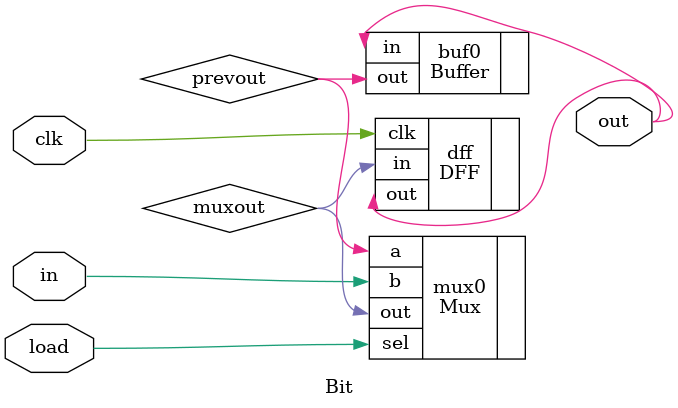
<source format=v>
/**
 * 1-bit register:
 * If load[t] == 1 then out[t+1] = in[t]
 *    else out does not change (out[t+1] = out[t])
 */

`default_nettype none
module Bit(
	input clk,
	input in,
	input load,
	output out
);
	wire muxout;
	wire prevout;

	Mux mux0(.a(prevout), .b(in), .sel(load), .out(muxout));
	DFF dff(.clk(clk), .in(muxout), .out(out));
	Buffer buf0(.in(out), .out(prevout));

endmodule

</source>
